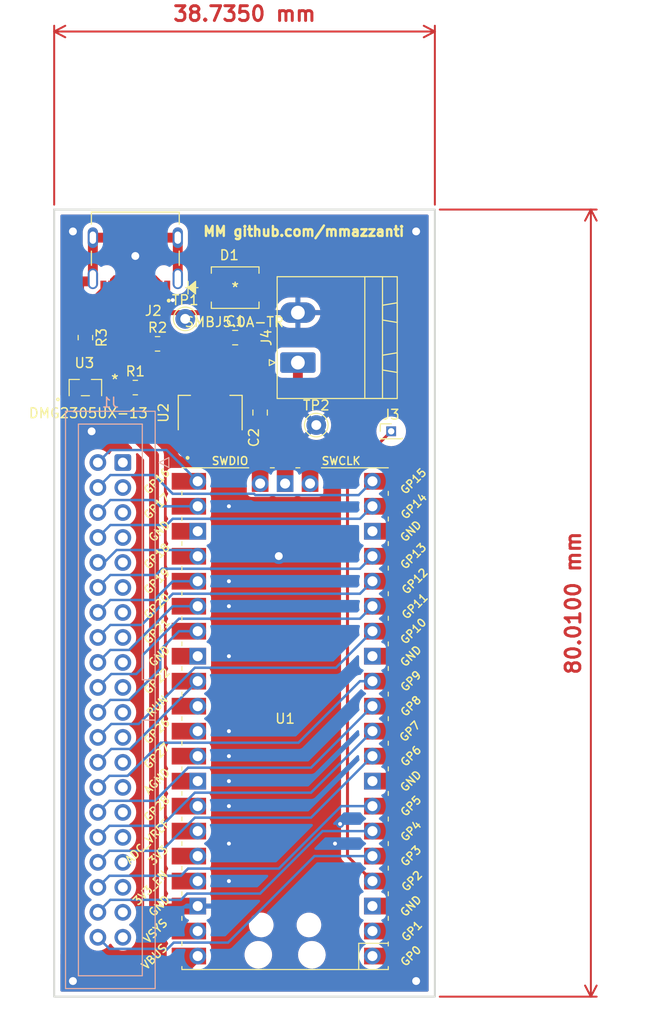
<source format=kicad_pcb>
(kicad_pcb (version 20211014) (generator pcbnew)
  (layers (0 "F.Cu" signal) (31 "B.Cu" signal) (34 "B.Paste" user) (35 "F.Paste" user) (36 "B.SilkS" user "B.Silkscreen") (37 "F.SilkS" user "F.Silkscreen") (38 "B.Mask" user) (39 "F.Mask" user) (44 "Edge.Cuts" user))
  (net 0 "")
  (net 30 "+5V")
  (net 31 "GND")
  (net 32 "+3V3")
  (net 33 "D7")
  (net 34 "D6")
  (net 35 "D5")
  (net 36 "D4")
  (net 37 "D3")
  (net 38 "D2")
  (net 39 "D1")
  (net 40 "D0")
  (net 41 "A5")
  (net 42 "A4")
  (net 43 "A3")
  (net 44 "A2")
  (net 45 "A1")
  (net 46 "A0")
  (net 47 "I{slash}O UD")
  (net 48 "WRB")
  (net 49 "RDB")
  (net 50 "PMODE")
  (net 51 "OSK")
  (net 52 "MRESET")
  (net 53 "Net-(U1-Pad39)")
  (net 54 "Net-(U1-Pad40)")
  (net 61 "FSK{slash}BPSK")
  (net 72 "Net-(J2-PadA5)")
  (net 73 "Net-(J2-PadB5)")
  (net 74 "Net-(J2-PadS1)")
  (footprint "Capacitor_SMD:C_0805_2012Metric" (layer "F.Cu") (at 124.46 35.56 90)
    (fp_text reference "C2" (at -2.54 -0.635 90) (layer "F.SilkS"))
    (fp_text value "33 uF")
    (pad "1" smd roundrect (at -0.95 0 90) (size 1 1.45) (layers "F.Cu" "F.Paste" "F.Mask") (net 32 "+3V3"))
    (pad "2" smd roundrect (at 0.95 0 90) (size 1 1.45) (layers "F.Cu" "F.Paste" "F.Mask") (net 31 "GND"))
  )
  (footprint "Resistor_SMD:R_0805_2012Metric" (layer "F.Cu") (at 111.76 33.02)
    (fp_text reference "R1" (at 0 -1.65) (layer "F.SilkS"))
    (fp_text value "5.1k")
    (pad "1" smd roundrect (at -0.9125 0) (size 1.025 1.4) (layers "F.Cu" "F.Paste" "F.Mask") (roundrect_rratio 0.243902439) (net 73 "Net-(J2-PadB5)"))
    (pad "2" smd roundrect (at 0.9125 0) (size 1.025 1.4) (layers "F.Cu" "F.Paste" "F.Mask") (roundrect_rratio 0.243902439) (net 31 "GND"))
  )
  (footprint "Capacitor_SMD:C_0805_2012Metric" (layer "F.Cu") (at 121.92 27.94)
    (fp_text reference "C1" (at 0 -1.68) (layer "F.SilkS"))
    (fp_text value "0.47 uF")
    (pad "1" smd roundrect (at -0.95 0) (size 1 1.45) (layers "F.Cu" "F.Paste" "F.Mask") (net 30 "+5V"))
    (pad "2" smd roundrect (at 0.95 0) (size 1 1.45) (layers "F.Cu" "F.Paste" "F.Mask") (net 31 "GND"))
  )
  (footprint "Connector_Phoenix_MSTB:PhoenixContact_MSTBA_2,5_2-G-5,08_1x02_P5.08mm_Horizontal" (layer "F.Cu") (at 128.3025 30.48 90)
    (fp_text reference "J4" (at 2.54 -3.2 90) (layer "F.SilkS"))
    (fp_text value "Screw_Terminal_01x02")
    (pad "1" thru_hole roundrect (at 0 0 90) (size 2.08 3.6) (drill 1.4) (layers *.Cu *.Mask) (roundrect_rratio 0.1201918269) (net 32 "+3V3"))
    (pad "2" thru_hole oval (at 5.08 0 90) (size 2.08 3.6) (drill 1.4) (layers *.Cu *.Mask) (net 31 "GND"))
  )
  (footprint "MM_ftprnt:SOT230P700X180-4N" (layer "F.Cu") (at 119.38 35.56 90)
    (fp_text reference "U2" (at -0.025 -4.754 90) (layer "F.SilkS"))
    (fp_text value "LM3940IMP-3.3")
    (pad "1" smd rect locked (at -2.9 -2.3) (size 0.95 2.15) (layers "F.Cu" "F.Paste" "F.Mask") (net 30 "+5V"))
    (pad "2" smd rect locked (at -2.9 0) (size 0.95 2.15) (layers "F.Cu" "F.Paste" "F.Mask") (net 31 "GND"))
    (pad "3" smd rect locked (at -2.9 2.3) (size 0.95 2.15) (layers "F.Cu" "F.Paste" "F.Mask") (net 32 "+3V3"))
    (pad "4" smd rect locked (at 2.9 0) (size 3.25 2.15) (layers "F.Cu" "F.Paste" "F.Mask") (net 31 "GND"))
  )
  (footprint "MM_ftprnt:SMBJ5.0A-TR" (layer "F.Cu") (at 121.92 22.86)
    (fp_text reference "D1" (at -0.6 -3.3) (layer "F.SilkS"))
    (fp_text value "SMBJ5.0A-TR" (at -0.1 3.5) (layer "F.SilkS"))
    (fp_text user "*" (at 0 0) (layer "F.SilkS"))
    (pad "1" smd rect (at -2.0447 0) (size 2.198599 2.2598) (layers "F.Cu" "F.Paste" "F.Mask") (net 30 "+5V"))
    (pad "2" smd rect (at 2.0447 0) (size 2.198599 2.2598) (layers "F.Cu" "F.Paste" "F.Mask") (net 31 "GND"))
  )
  (footprint "MM_ftprnt:DMG2305UX-13" (layer "F.Cu") (at 106.68 33.02)
    (fp_text reference "U3" (at -0.1 -2.5) (layer "F.SilkS"))
    (fp_text value "DMG2305UX-13" (at 0.3 2.6) (layer "F.SilkS"))
    (fp_text user "*" (at 3 -0.8) (layer "F.SilkS"))
    (pad "1" smd rect (at -1.024999 0.944999) (size 0.8128 0.889) (layers "F.Cu" "F.Paste" "F.Mask") (net 54 "Net-(U1-Pad40)"))
    (pad "2" smd rect (at 1.024999 0.944999) (size 0.8128 0.889) (layers "F.Cu" "F.Paste" "F.Mask") (net 53 "Net-(U1-Pad39)"))
    (pad "3" smd rect (at 0 -0.945) (size 0.8128 0.889) (layers "F.Cu" "F.Paste" "F.Mask") (net 30 "+5V"))
  )
  (footprint "MM_ftprnt:RPi_Pico_SMD_TH" (layer "F.Cu") (at 127 66.675 180)
    (fp_text reference "U1" (at 0 0 180) (layer "F.SilkS"))
    (fp_text value "Pico")
    (fp_text user "GP7" (at -12.7 -1.3 225) (layer "F.SilkS") (effects (font (size 0.8 0.8))))
    (fp_text user "GP16" (at 13.054 24.13 225) (layer "F.SilkS") (effects (font (size 0.8 0.8))))
    (fp_text user "GP15" (at -13.054 24.13 225) (layer "F.SilkS") (effects (font (size 0.8 0.8))))
    (fp_text user "VBUS" (at 13.3 -24.2 225) (layer "F.SilkS") (effects (font (size 0.8 0.8))))
    (fp_text user "GP9" (at -12.8 3.81 225) (layer "F.SilkS") (effects (font (size 0.8 0.8))))
    (fp_text user "ADC_VREF" (at 14 -12.5 225) (layer "F.SilkS") (effects (font (size 0.8 0.8))))
    (fp_text user "GND" (at -12.8 -19.05 225) (layer "F.SilkS") (effects (font (size 0.8 0.8))))
    (fp_text user "GND" (at -12.8 -6.35 225) (layer "F.SilkS") (effects (font (size 0.8 0.8))))
    (fp_text user "GP1" (at -12.9 -21.6 225) (layer "F.SilkS") (effects (font (size 0.8 0.8))))
    (fp_text user "GP26" (at 13.054 -1.27 225) (layer "F.SilkS") (effects (font (size 0.8 0.8))))
    (fp_text user "GP22" (at 13.054 3.81 225) (layer "F.SilkS") (effects (font (size 0.8 0.8))))
    (fp_text user "GP8" (at -12.8 1.27 225) (layer "F.SilkS") (effects (font (size 0.8 0.8))))
    (fp_text user "GP19" (at 13.054 13.97 225) (layer "F.SilkS") (effects (font (size 0.8 0.8))))
    (fp_text user "3V3_EN" (at 13.7 -17.2 225) (layer "F.SilkS") (effects (font (size 0.8 0.8))))
    (fp_text user "GP14" (at -13.1 21.59 225) (layer "F.SilkS") (effects (font (size 0.8 0.8))))
    (fp_text user "GP2" (at -12.9 -16.51 225) (layer "F.SilkS") (effects (font (size 0.8 0.8))))
    (fp_text user "GP18" (at 13.054 16.51 225) (layer "F.SilkS") (effects (font (size 0.8 0.8))))
    (fp_text user "GP21" (at 13.054 8.9 225) (layer "F.SilkS") (effects (font (size 0.8 0.8))))
    (fp_text user "GND" (at -12.8 19.05 225) (layer "F.SilkS") (effects (font (size 0.8 0.8))))
    (fp_text user "GP20" (at 13.054 11.43 225) (layer "F.SilkS") (effects (font (size 0.8 0.8))))
    (fp_text user "SWDIO" (at 5.6 26.2 180) (layer "F.SilkS") (effects (font (size 0.8 0.8))))
    (fp_text user "GP0" (at -12.8 -24.13 225) (layer "F.SilkS") (effects (font (size 0.8 0.8))))
    (fp_text user "GP17" (at 13.054 21.59 225) (layer "F.SilkS") (effects (font (size 0.8 0.8))))
    (fp_text user "GP12" (at -13.2 13.97 225) (layer "F.SilkS") (effects (font (size 0.8 0.8))))
    (fp_text user "3V3" (at 12.9 -13.9 225) (layer "F.SilkS") (effects (font (size 0.8 0.8))))
    (fp_text user "GND" (at 12.8 -19.05 225) (layer "F.SilkS") (effects (font (size 0.8 0.8))))
    (fp_text user "RUN" (at 13 1.27 225) (layer "F.SilkS") (effects (font (size 0.8 0.8))))
    (fp_text user "GP5" (at -12.8 -8.89 225) (layer "F.SilkS") (effects (font (size 0.8 0.8))))
    (fp_text user "GP10" (at -13.054 8.89 225) (layer "F.SilkS") (effects (font (size 0.8 0.8))))
    (fp_text user "GP3" (at -12.8 -13.97 225) (layer "F.SilkS") (effects (font (size 0.8 0.8))))
    (fp_text user "GND" (at -12.8 6.35 225) (layer "F.SilkS") (effects (font (size 0.8 0.8))))
    (fp_text user "AGND" (at 13.054 -6.35 225) (layer "F.SilkS") (effects (font (size 0.8 0.8))))
    (fp_text user "GP27" (at 13.054 -3.8 225) (layer "F.SilkS") (effects (font (size 0.8 0.8))))
    (fp_text user "GND" (at 12.8 19.05 225) (layer "F.SilkS") (effects (font (size 0.8 0.8))))
    (fp_text user "SWCLK" (at -5.7 26.2 180) (layer "F.SilkS") (effects (font (size 0.8 0.8))))
    (fp_text user "GP4" (at -12.8 -11.43 225) (layer "F.SilkS") (effects (font (size 0.8 0.8))))
    (fp_text user "GP28" (at 13.054 -9.144 225) (layer "F.SilkS") (effects (font (size 0.8 0.8))))
    (fp_text user "GP11" (at -13.2 11.43 225) (layer "F.SilkS") (effects (font (size 0.8 0.8))))
    (fp_text user "GND" (at 12.8 6.35 225) (layer "F.SilkS") (effects (font (size 0.8 0.8))))
    (fp_text user "VSYS" (at 13.2 -21.59 225) (layer "F.SilkS") (effects (font (size 0.8 0.8))))
    (fp_text user "GP13" (at -13.054 16.51 225) (layer "F.SilkS") (effects (font (size 0.8 0.8))))
    (fp_text user "GP6" (at -12.8 -3.81 225) (layer "F.SilkS") (effects (font (size 0.8 0.8))))
    (pad "" np_thru_hole oval (at 2.425 -20.97 180) (size 1.5 1.5) (drill 1.5) (layers *.Cu *.Mask))
    (pad "" np_thru_hole oval (at -2.425 -20.97 180) (size 1.5 1.5) (drill 1.5) (layers *.Cu *.Mask))
    (pad "" np_thru_hole oval (at 2.725 -24 180) (size 1.8 1.8) (drill 1.8) (layers *.Cu *.Mask))
    (pad "" np_thru_hole oval (at -2.725 -24 180) (size 1.8 1.8) (drill 1.8) (layers *.Cu *.Mask))
    (pad "1" smd rect (at -8.89 -24.13 180) (size 3.5 1.7) (drill (offset -0.9 0)) (layers "F.Cu" "F.Mask"))
    (pad "1" thru_hole oval (at -8.89 -24.13 180) (size 1.7 1.7) (drill 1.02) (layers *.Cu *.Mask))
    (pad "2" thru_hole oval (at -8.89 -21.59 180) (size 1.7 1.7) (drill 1.02) (layers *.Cu *.Mask))
    (pad "2" smd rect (at -8.89 -21.59 180) (size 3.5 1.7) (drill (offset -0.9 0)) (layers "F.Cu" "F.Mask"))
    (pad "3" thru_hole rect (at -8.89 -19.05 180) (size 1.7 1.7) (drill 1.02) (layers *.Cu *.Mask))
    (pad "3" smd rect (at -8.89 -19.05 180) (size 3.5 1.7) (drill (offset -0.9 0)) (layers "F.Cu" "F.Mask"))
    (pad "4" smd rect (at -8.89 -16.51 180) (size 3.5 1.7) (drill (offset -0.9 0)) (layers "F.Cu" "F.Mask") (net 61 "FSK{slash}BPSK"))
    (pad "4" thru_hole oval (at -8.89 -16.51 180) (size 1.7 1.7) (drill 1.02) (layers *.Cu *.Mask) (net 61 "FSK{slash}BPSK"))
    (pad "5" smd rect (at -8.89 -13.97 180) (size 3.5 1.7) (drill (offset -0.9 0)) (layers "F.Cu" "F.Mask") (net 33 "D7"))
    (pad "5" thru_hole oval (at -8.89 -13.97 180) (size 1.7 1.7) (drill 1.02) (layers *.Cu *.Mask) (net 33 "D7"))
    (pad "6" smd rect (at -8.89 -11.43 180) (size 3.5 1.7) (drill (offset -0.9 0)) (layers "F.Cu" "F.Mask") (net 34 "D6"))
    (pad "6" thru_hole oval (at -8.89 -11.43 180) (size 1.7 1.7) (drill 1.02) (layers *.Cu *.Mask) (net 34 "D6"))
    (pad "7" smd rect (at -8.89 -8.89 180) (size 3.5 1.7) (drill (offset -0.9 0)) (layers "F.Cu" "F.Mask") (net 35 "D5"))
    (pad "7" thru_hole oval (at -8.89 -8.89 180) (size 1.7 1.7) (drill 1.02) (layers *.Cu *.Mask) (net 35 "D5"))
    (pad "8" thru_hole rect (at -8.89 -6.35 180) (size 1.7 1.7) (drill 1.02) (layers *.Cu *.Mask))
    (pad "8" smd rect (at -8.89 -6.35 180) (size 3.5 1.7) (drill (offset -0.9 0)) (layers "F.Cu" "F.Mask"))
    (pad "9" thru_hole oval (at -8.89 -3.81 180) (size 1.7 1.7) (drill 1.02) (layers *.Cu *.Mask) (net 36 "D4"))
    (pad "9" smd rect (at -8.89 -3.81 180) (size 3.5 1.7) (drill (offset -0.9 0)) (layers "F.Cu" "F.Mask") (net 36 "D4"))
    (pad "10" thru_hole oval (at -8.89 -1.27 180) (size 1.7 1.7) (drill 1.02) (layers *.Cu *.Mask) (net 37 "D3"))
    (pad "10" smd rect (at -8.89 -1.27 180) (size 3.5 1.7) (drill (offset -0.9 0)) (layers "F.Cu" "F.Mask") (net 37 "D3"))
    (pad "11" thru_hole oval (at -8.89 1.27 180) (size 1.7 1.7) (drill 1.02) (layers *.Cu *.Mask) (net 38 "D2"))
    (pad "11" smd rect (at -8.89 1.27 180) (size 3.5 1.7) (drill (offset -0.9 0)) (layers "F.Cu" "F.Mask") (net 38 "D2"))
    (pad "12" smd rect (at -8.89 3.81 180) (size 3.5 1.7) (drill (offset -0.9 0)) (layers "F.Cu" "F.Mask") (net 39 "D1"))
    (pad "12" thru_hole oval (at -8.89 3.81 180) (size 1.7 1.7) (drill 1.02) (layers *.Cu *.Mask) (net 39 "D1"))
    (pad "13" thru_hole rect (at -8.89 6.35 180) (size 1.7 1.7) (drill 1.02) (layers *.Cu *.Mask))
    (pad "13" smd rect (at -8.89 6.35 180) (size 3.5 1.7) (drill (offset -0.9 0)) (layers "F.Cu" "F.Mask"))
    (pad "14" thru_hole oval (at -8.89 8.89 180) (size 1.7 1.7) (drill 1.02) (layers *.Cu *.Mask) (net 41 "A5"))
    (pad "14" smd rect (at -8.89 8.89 180) (size 3.5 1.7) (drill (offset -0.9 0)) (layers "F.Cu" "F.Mask") (net 41 "A5"))
    (pad "15" thru_hole oval (at -8.89 11.43 180) (size 1.7 1.7) (drill 1.02) (layers *.Cu *.Mask) (net 43 "A3"))
    (pad "15" smd rect (at -8.89 11.43 180) (size 3.5 1.7) (drill (offset -0.9 0)) (layers "F.Cu" "F.Mask") (net 43 "A3"))
    (pad "16" thru_hole oval (at -8.89 13.97 180) (size 1.7 1.7) (drill 1.02) (layers *.Cu *.Mask) (net 45 "A1"))
    (pad "16" smd rect (at -8.89 13.97 180) (size 3.5 1.7) (drill (offset -0.9 0)) (layers "F.Cu" "F.Mask") (net 45 "A1"))
    (pad "17" thru_hole oval (at -8.89 16.51 180) (size 1.7 1.7) (drill 1.02) (layers *.Cu *.Mask) (net 47 "I{slash}O UD"))
    (pad "17" smd rect (at -8.89 16.51 180) (size 3.5 1.7) (drill (offset -0.9 0)) (layers "F.Cu" "F.Mask") (net 47 "I{slash}O UD"))
    (pad "18" thru_hole rect (at -8.89 19.05 180) (size 1.7 1.7) (drill 1.02) (layers *.Cu *.Mask))
    (pad "18" smd rect (at -8.89 19.05 180) (size 3.5 1.7) (drill (offset -0.9 0)) (layers "F.Cu" "F.Mask"))
    (pad "19" smd rect (at -8.89 21.59 180) (size 3.5 1.7) (drill (offset -0.9 0)) (layers "F.Cu" "F.Mask") (net 49 "RDB"))
    (pad "19" thru_hole oval (at -8.89 21.59 180) (size 1.7 1.7) (drill 1.02) (layers *.Cu *.Mask) (net 49 "RDB"))
    (pad "20" thru_hole oval (at -8.89 24.13 180) (size 1.7 1.7) (drill 1.02) (layers *.Cu *.Mask) (net 51 "OSK"))
    (pad "20" smd rect (at -8.89 24.13 180) (size 3.5 1.7) (drill (offset -0.9 0)) (layers "F.Cu" "F.Mask") (net 51 "OSK"))
    (pad "21" smd rect (at 8.89 24.13 180) (size 3.5 1.7) (drill (offset 0.9 0)) (layers "F.Cu" "F.Mask") (net 52 "MRESET"))
    (pad "21" thru_hole oval (at 8.89 24.13 180) (size 1.7 1.7) (drill 1.02) (layers *.Cu *.Mask) (net 52 "MRESET"))
    (pad "22" smd rect (at 8.89 21.59 180) (size 3.5 1.7) (drill (offset 0.9 0)) (layers "F.Cu" "F.Mask") (net 50 "PMODE"))
    (pad "22" thru_hole oval (at 8.89 21.59 180) (size 1.7 1.7) (drill 1.02) (layers *.Cu *.Mask) (net 50 "PMODE"))
    (pad "23" thru_hole rect (at 8.89 19.05 180) (size 1.7 1.7) (drill 1.02) (layers *.Cu *.Mask))
    (pad "23" smd rect (at 8.89 19.05 180) (size 3.5 1.7) (drill (offset 0.9 0)) (layers "F.Cu" "F.Mask"))
    (pad "24" thru_hole oval (at 8.89 16.51 180) (size 1.7 1.7) (drill 1.02) (layers *.Cu *.Mask) (net 48 "WRB"))
    (pad "24" smd rect (at 8.89 16.51 180) (size 3.5 1.7) (drill (offset 0.9 0)) (layers "F.Cu" "F.Mask") (net 48 "WRB"))
    (pad "25" smd rect (at 8.89 13.97 180) (size 3.5 1.7) (drill (offset 0.9 0)) (layers "F.Cu" "F.Mask") (net 46 "A0"))
    (pad "25" thru_hole oval (at 8.89 13.97 180) (size 1.7 1.7) (drill 1.02) (layers *.Cu *.Mask) (net 46 "A0"))
    (pad "26" smd rect (at 8.89 11.43 180) (size 3.5 1.7) (drill (offset 0.9 0)) (layers "F.Cu" "F.Mask") (net 44 "A2"))
    (pad "26" thru_hole oval (at 8.89 11.43 180) (size 1.7 1.7) (drill 1.02) (layers *.Cu *.Mask) (net 44 "A2"))
    (pad "27" smd rect (at 8.89 8.89 180) (size 3.5 1.7) (drill (offset 0.9 0)) (layers "F.Cu" "F.Mask") (net 42 "A4"))
    (pad "27" thru_hole oval (at 8.89 8.89 180) (size 1.7 1.7) (drill 1.02) (layers *.Cu *.Mask) (net 42 "A4"))
    (pad "28" smd rect (at 8.89 6.35 180) (size 3.5 1.7) (drill (offset 0.9 0)) (layers "F.Cu" "F.Mask"))
    (pad "28" thru_hole rect (at 8.89 6.35 180) (size 1.7 1.7) (drill 1.02) (layers *.Cu *.Mask))
    (pad "29" thru_hole oval (at 8.89 3.81 180) (size 1.7 1.7) (drill 1.02) (layers *.Cu *.Mask) (net 40 "D0"))
    (pad "29" smd rect (at 8.89 3.81 180) (size 3.5 1.7) (drill (offset 0.9 0)) (layers "F.Cu" "F.Mask") (net 40 "D0"))
    (pad "30" smd rect (at 8.89 1.27 180) (size 3.5 1.7) (drill (offset 0.9 0)) (layers "F.Cu" "F.Mask"))
    (pad "30" thru_hole oval (at 8.89 1.27 180) (size 1.7 1.7) (drill 1.02) (layers *.Cu *.Mask))
    (pad "31" thru_hole oval (at 8.89 -1.27 180) (size 1.7 1.7) (drill 1.02) (layers *.Cu *.Mask))
    (pad "31" smd rect (at 8.89 -1.27 180) (size 3.5 1.7) (drill (offset 0.9 0)) (layers "F.Cu" "F.Mask"))
    (pad "32" thru_hole oval (at 8.89 -3.81 180) (size 1.7 1.7) (drill 1.02) (layers *.Cu *.Mask))
    (pad "32" smd rect (at 8.89 -3.81 180) (size 3.5 1.7) (drill (offset 0.9 0)) (layers "F.Cu" "F.Mask"))
    (pad "33" smd rect (at 8.89 -6.35 180) (size 3.5 1.7) (drill (offset 0.9 0)) (layers "F.Cu" "F.Mask"))
    (pad "33" thru_hole rect (at 8.89 -6.35 180) (size 1.7 1.7) (drill 1.02) (layers *.Cu *.Mask))
    (pad "34" smd rect (at 8.89 -8.89 180) (size 3.5 1.7) (drill (offset 0.9 0)) (layers "F.Cu" "F.Mask"))
    (pad "34" thru_hole oval (at 8.89 -8.89 180) (size 1.7 1.7) (drill 1.02) (layers *.Cu *.Mask))
    (pad "35" thru_hole oval (at 8.89 -11.43 180) (size 1.7 1.7) (drill 1.02) (layers *.Cu *.Mask))
    (pad "35" smd rect (at 8.89 -11.43 180) (size 3.5 1.7) (drill (offset 0.9 0)) (layers "F.Cu" "F.Mask"))
    (pad "36" thru_hole oval (at 8.89 -13.97 180) (size 1.7 1.7) (drill 1.02) (layers *.Cu *.Mask))
    (pad "36" smd rect (at 8.89 -13.97 180) (size 3.5 1.7) (drill (offset 0.9 0)) (layers "F.Cu" "F.Mask"))
    (pad "37" smd rect (at 8.89 -16.51 180) (size 3.5 1.7) (drill (offset 0.9 0)) (layers "F.Cu" "F.Mask"))
    (pad "37" thru_hole oval (at 8.89 -16.51 180) (size 1.7 1.7) (drill 1.02) (layers *.Cu *.Mask))
    (pad "38" smd rect (at 8.89 -19.05 180) (size 3.5 1.7) (drill (offset 0.9 0)) (layers "F.Cu" "F.Mask") (net 31 "GND"))
    (pad "38" thru_hole rect (at 8.89 -19.05 180) (size 1.7 1.7) (drill 1.02) (layers *.Cu *.Mask) (net 31 "GND"))
    (pad "39" thru_hole oval (at 8.89 -21.59 180) (size 1.7 1.7) (drill 1.02) (layers *.Cu *.Mask) (net 53 "Net-(U1-Pad39)"))
    (pad "39" smd rect (at 8.89 -21.59 180) (size 3.5 1.7) (drill (offset 0.9 0)) (layers "F.Cu" "F.Mask") (net 53 "Net-(U1-Pad39)"))
    (pad "40" thru_hole oval (at 8.89 -24.13 180) (size 1.7 1.7) (drill 1.02) (layers *.Cu *.Mask) (net 54 "Net-(U1-Pad40)"))
    (pad "40" smd rect (at 8.89 -24.13 180) (size 3.5 1.7) (drill (offset 0.9 0)) (layers "F.Cu" "F.Mask") (net 54 "Net-(U1-Pad40)"))
    (pad "41" thru_hole oval (at -2.54 23.9 180) (size 1.7 1.7) (drill 1.02) (layers *.Cu *.Mask))
    (pad "41" smd rect (at -2.54 23.9 270) (size 3.5 1.7) (drill (offset -0.9 0)) (layers "F.Cu" "F.Mask"))
    (pad "42" smd rect (at 0 23.9 270) (size 3.5 1.7) (drill (offset -0.9 0)) (layers "F.Cu" "F.Mask"))
    (pad "42" thru_hole rect (at 0 23.9 180) (size 1.7 1.7) (drill 1.02) (layers *.Cu *.Mask))
    (pad "43" smd rect (at 2.54 23.9 270) (size 3.5 1.7) (drill (offset -0.9 0)) (layers "F.Cu" "F.Mask"))
    (pad "43" thru_hole oval (at 2.54 23.9 180) (size 1.7 1.7) (drill 1.02) (layers *.Cu *.Mask))
  )
  (footprint "TestPoint:TestPoint_THTPad_D2.0mm_Drill1.0mm" (layer "F.Cu") (at 116.84 26.035)
    (fp_text reference "TP1" (at 0 -1.905) (layer "F.SilkS"))
    (fp_text value "TestPoint")
    (pad "1" thru_hole circle (at 0 0) (size 2 2) (drill 1) (layers *.Cu *.Mask) (net 30 "+5V"))
  )
  (footprint "Resistor_SMD:R_0805_2012Metric" (layer "F.Cu") (at 106.68 27.94 -90)
    (fp_text reference "R3" (at 0 -1.65 90) (layer "F.SilkS"))
    (fp_text value "0")
    (pad "1" smd roundrect (at -0.9125 0 270) (size 1.025 1.4) (layers "F.Cu" "F.Paste" "F.Mask") (roundrect_rratio 0.243902439) (net 74 "Net-(J2-PadS1)"))
    (pad "2" smd roundrect (at 0.9125 0 270) (size 1.025 1.4) (layers "F.Cu" "F.Paste" "F.Mask") (roundrect_rratio 0.243902439) (net 31 "GND"))
  )
  (footprint "MM_ftprnt:HRO_TYPE-C-31-M-12" (layer "F.Cu") (at 111.76 17.78 180)
    (fp_text reference "J2" (at -1.825 -7.435 180) (layer "F.SilkS"))
    (fp_text value "TYPE-C-31-M-12")
    (pad "" np_thru_hole circle (at 2.89 -3.65 180) (size 0.7 0.7) (drill 0.7) (layers *.Cu *.Mask))
    (pad "" np_thru_hole circle (at -2.89 -3.65 180) (size 0.7 0.7) (drill 0.7) (layers *.Cu *.Mask))
    (pad "A1B12" smd rect (at -3.25 -5.095 180) (size 0.6 1.45) (layers "F.Cu" "F.Paste" "F.Mask") (net 31 "GND"))
    (pad "A1B12" smd rect (at 3.25 -5.095 180) (size 0.6 1.45) (layers "F.Cu" "F.Paste" "F.Mask") (net 31 "GND"))
    (pad "A4B9" smd rect (at -2.45 -5.095 180) (size 0.6 1.45) (layers "F.Cu" "F.Paste" "F.Mask") (net 30 "+5V"))
    (pad "A4B9" smd rect (at 2.45 -5.095 180) (size 0.6 1.45) (layers "F.Cu" "F.Paste" "F.Mask") (net 30 "+5V"))
    (pad "A5" smd rect (at -1.25 -5.095 180) (size 0.3 1.45) (layers "F.Cu" "F.Paste" "F.Mask") (net 72 "Net-(J2-PadA5)"))
    (pad "A6" smd rect (at -0.25 -5.095 180) (size 0.3 1.45) (layers "F.Cu" "F.Paste" "F.Mask"))
    (pad "A7" smd rect (at 0.25 -5.095 180) (size 0.3 1.45) (layers "F.Cu" "F.Paste" "F.Mask"))
    (pad "A8" smd rect (at 1.25 -5.095 180) (size 0.3 1.45) (layers "F.Cu" "F.Paste" "F.Mask"))
    (pad "B5" smd rect (at 1.75 -5.095 180) (size 0.3 1.45) (layers "F.Cu" "F.Paste" "F.Mask") (net 73 "Net-(J2-PadB5)"))
    (pad "B6" smd rect (at 0.75 -5.095 180) (size 0.3 1.45) (layers "F.Cu" "F.Paste" "F.Mask"))
    (pad "B7" smd rect (at -0.75 -5.095 180) (size 0.3 1.45) (layers "F.Cu" "F.Paste" "F.Mask"))
    (pad "B8" smd rect (at -1.75 -5.095 180) (size 0.3 1.45) (layers "F.Cu" "F.Paste" "F.Mask"))
    (pad "S1" thru_hole oval (at -4.32 -4.18 180) (size 1.05 2.1) (drill oval 0.65 1.75) (layers *.Cu *.Mask) (net 74 "Net-(J2-PadS1)"))
    (pad "S1" thru_hole oval (at 4.32 -4.18 180) (size 1.05 2.1) (drill oval 0.65 1.75) (layers *.Cu *.Mask) (net 74 "Net-(J2-PadS1)"))
    (pad "S1" thru_hole oval (at -4.32 0 180) (size 1.05 2.1) (drill oval 0.65 1.25) (layers *.Cu *.Mask) (net 74 "Net-(J2-PadS1)"))
    (pad "S1" thru_hole oval (at 4.32 0 180) (size 1.05 2.1) (drill oval 0.65 1.25) (layers *.Cu *.Mask) (net 74 "Net-(J2-PadS1)"))
  )
  (footprint "TestPoint:TestPoint_THTPad_D2.0mm_Drill1.0mm" (layer "F.Cu") (at 130.175 36.83)
    (fp_text reference "TP2" (at 0 -1.998) (layer "F.SilkS"))
    (fp_text value "TestPoint")
    (pad "1" thru_hole circle (at 0 0) (size 2 2) (drill 1) (layers *.Cu *.Mask) (net 31 "GND"))
  )
  (footprint "Connector_PinHeader_1.27mm:PinHeader_1x01_P1.27mm_Vertical" (layer "F.Cu") (at 137.795 37.465)
    (fp_text reference "J3" (at 0 -1.695) (layer "F.SilkS"))
    (fp_text value "Conn_01x01_Male")
    (pad "1" thru_hole rect locked (at 0 0) (size 1 1) (drill 0.65) (layers *.Cu *.Mask) (net 61 "FSK{slash}BPSK"))
  )
  (footprint "Resistor_SMD:R_0805_2012Metric" (layer "F.Cu") (at 114.0225 28.575)
    (fp_text reference "R2" (at 0 -1.65) (layer "F.SilkS"))
    (fp_text value "5.1k")
    (pad "1" smd roundrect (at -0.9125 0) (size 1.025 1.4) (layers "F.Cu" "F.Paste" "F.Mask") (roundrect_rratio 0.243902439) (net 72 "Net-(J2-PadA5)"))
    (pad "2" smd roundrect (at 0.9125 0) (size 1.025 1.4) (layers "F.Cu" "F.Paste" "F.Mask") (roundrect_rratio 0.243902439) (net 31 "GND"))
  )
  (footprint "Connector_IDC:IDC-Header_2x20_P2.54mm_Vertical" (layer "B.Cu") (at 110.49 40.64 180)
    (fp_text reference "J1" (at 1.27 6.1) (layer "B.SilkS") (effects (justify mirror)))
    (fp_text value "Conn_02x20_Odd_Even")
    (pad "1" thru_hole roundrect (at 0 0 180) (size 1.7 1.7) (drill 1) (layers *.Cu *.Mask) (roundrect_rratio 0.1470588235))
    (pad "2" thru_hole circle (at 2.54 0 180) (size 1.7 1.7) (drill 1) (layers *.Cu *.Mask) (net 52 "MRESET"))
    (pad "3" thru_hole circle (at 0 -2.54 180) (size 1.7 1.7) (drill 1) (layers *.Cu *.Mask))
    (pad "4" thru_hole circle (at 2.54 -2.54 180) (size 1.7 1.7) (drill 1) (layers *.Cu *.Mask) (net 51 "OSK"))
    (pad "5" thru_hole circle (at 0 -5.08 180) (size 1.7 1.7) (drill 1) (layers *.Cu *.Mask))
    (pad "6" thru_hole circle (at 2.54 -5.08 180) (size 1.7 1.7) (drill 1) (layers *.Cu *.Mask) (net 50 "PMODE"))
    (pad "7" thru_hole circle (at 0 -7.62 180) (size 1.7 1.7) (drill 1) (layers *.Cu *.Mask))
    (pad "8" thru_hole circle (at 2.54 -7.62 180) (size 1.7 1.7) (drill 1) (layers *.Cu *.Mask) (net 49 "RDB"))
    (pad "9" thru_hole circle (at 0 -10.16 180) (size 1.7 1.7) (drill 1) (layers *.Cu *.Mask))
    (pad "10" thru_hole circle (at 2.54 -10.16 180) (size 1.7 1.7) (drill 1) (layers *.Cu *.Mask) (net 48 "WRB"))
    (pad "11" thru_hole circle (at 0 -12.7 180) (size 1.7 1.7) (drill 1) (layers *.Cu *.Mask))
    (pad "12" thru_hole circle (at 2.54 -12.7 180) (size 1.7 1.7) (drill 1) (layers *.Cu *.Mask) (net 47 "I{slash}O UD"))
    (pad "13" thru_hole circle (at 0 -15.24 180) (size 1.7 1.7) (drill 1) (layers *.Cu *.Mask))
    (pad "14" thru_hole circle (at 2.54 -15.24 180) (size 1.7 1.7) (drill 1) (layers *.Cu *.Mask) (net 46 "A0"))
    (pad "15" thru_hole circle (at 0 -17.78 180) (size 1.7 1.7) (drill 1) (layers *.Cu *.Mask))
    (pad "16" thru_hole circle (at 2.54 -17.78 180) (size 1.7 1.7) (drill 1) (layers *.Cu *.Mask) (net 45 "A1"))
    (pad "17" thru_hole circle (at 0 -20.32 180) (size 1.7 1.7) (drill 1) (layers *.Cu *.Mask))
    (pad "18" thru_hole circle (at 2.54 -20.32 180) (size 1.7 1.7) (drill 1) (layers *.Cu *.Mask) (net 44 "A2"))
    (pad "19" thru_hole circle (at 0 -22.86 180) (size 1.7 1.7) (drill 1) (layers *.Cu *.Mask))
    (pad "20" thru_hole circle (at 2.54 -22.86 180) (size 1.7 1.7) (drill 1) (layers *.Cu *.Mask) (net 43 "A3"))
    (pad "21" thru_hole circle (at 0 -25.4 180) (size 1.7 1.7) (drill 1) (layers *.Cu *.Mask))
    (pad "22" thru_hole circle (at 2.54 -25.4 180) (size 1.7 1.7) (drill 1) (layers *.Cu *.Mask) (net 42 "A4"))
    (pad "23" thru_hole circle (at 0 -27.94 180) (size 1.7 1.7) (drill 1) (layers *.Cu *.Mask))
    (pad "24" thru_hole circle (at 2.54 -27.94 180) (size 1.7 1.7) (drill 1) (layers *.Cu *.Mask) (net 41 "A5"))
    (pad "25" thru_hole circle (at 0 -30.48 180) (size 1.7 1.7) (drill 1) (layers *.Cu *.Mask))
    (pad "26" thru_hole circle (at 2.54 -30.48 180) (size 1.7 1.7) (drill 1) (layers *.Cu *.Mask) (net 40 "D0"))
    (pad "27" thru_hole circle (at 0 -33.02 180) (size 1.7 1.7) (drill 1) (layers *.Cu *.Mask))
    (pad "28" thru_hole circle (at 2.54 -33.02 180) (size 1.7 1.7) (drill 1) (layers *.Cu *.Mask) (net 39 "D1"))
    (pad "29" thru_hole circle (at 0 -35.56 180) (size 1.7 1.7) (drill 1) (layers *.Cu *.Mask))
    (pad "30" thru_hole circle (at 2.54 -35.56 180) (size 1.7 1.7) (drill 1) (layers *.Cu *.Mask) (net 38 "D2"))
    (pad "31" thru_hole circle (at 0 -38.1 180) (size 1.7 1.7) (drill 1) (layers *.Cu *.Mask))
    (pad "32" thru_hole circle (at 2.54 -38.1 180) (size 1.7 1.7) (drill 1) (layers *.Cu *.Mask) (net 37 "D3"))
    (pad "33" thru_hole circle (at 0 -40.64 180) (size 1.7 1.7) (drill 1) (layers *.Cu *.Mask))
    (pad "34" thru_hole circle (at 2.54 -40.64 180) (size 1.7 1.7) (drill 1) (layers *.Cu *.Mask) (net 36 "D4"))
    (pad "35" thru_hole circle (at 0 -43.18 180) (size 1.7 1.7) (drill 1) (layers *.Cu *.Mask))
    (pad "36" thru_hole circle (at 2.54 -43.18 180) (size 1.7 1.7) (drill 1) (layers *.Cu *.Mask) (net 35 "D5"))
    (pad "37" thru_hole circle (at 0 -45.72 180) (size 1.7 1.7) (drill 1) (layers *.Cu *.Mask))
    (pad "38" thru_hole circle (at 2.54 -45.72 180) (size 1.7 1.7) (drill 1) (layers *.Cu *.Mask) (net 34 "D6"))
    (pad "39" thru_hole circle (at 0 -48.26 180) (size 1.7 1.7) (drill 1) (layers *.Cu *.Mask))
    (pad "40" thru_hole circle (at 2.54 -48.26 180) (size 1.7 1.7) (drill 1) (layers *.Cu *.Mask) (net 33 "D7"))
  )
  (gr_rect (start 103.505 14.9225) (end 142.24 94.9325) (layer "Edge.Cuts") (width 0.2) (fill none))
  (gr_text "MM github.com/mmazzanti" (at 128.905 17.145) (layer "F.SilkS") (effects (font (size 1 1) (thickness 0.25))))
  (dimension (type aligned) (layer "F.Cu") (pts (xy 103.505 14.9225) (xy 142.24 14.9225)) (height -18.0975) (gr_text "38.7350 mm" (at 122.8725 -4.975) (layer "F.Cu") (effects (font (size 1.5 1.5) (thickness 0.3)))) (format (units 3) (units_format 1) (precision 4)) (style (thickness 0.2) (arrow_length 1.27) (text_position_mode 0) (extension_height 0.58642) (extension_offset 0.5) keep_text_aligned))
  (dimension (type aligned) (layer "F.Cu") (pts (xy 142.24 14.9225) (xy 142.24 94.9325)) (height -15.875) (gr_text "80.0100 mm" (at 156.315 54.9275 90) (layer "F.Cu") (effects (font (size 1.5 1.5) (thickness 0.3)))) (format (units 3) (units_format 1) (precision 4)) (style (thickness 0.2) (arrow_length 1.27) (text_position_mode 0) (extension_height 0.58642) (extension_offset 0.5) keep_text_aligned))
  (segment (start 114.21 22.135) (end 114.21 22.875) (width 0.25) (layer "F.Cu") (net 30))
  (segment (start 119.8753 26.8453) (end 120.97 27.94) (width 0.5) (layer "F.Cu") (net 30))
  (segment (start 116.205 37.585) (end 116.205 30.48) (width 1) (layer "F.Cu") (net 30))
  (segment (start 109.31 22.050978) (end 109.63087 21.730108) (width 0.25) (layer "F.Cu") (net 30))
  (segment (start 109.63087 21.730108) (end 113.805108 21.730108) (width 0.25) (layer "F.Cu") (net 30))
  (segment (start 117.08 38.46) (end 116.205 37.585) (width 1) (layer "F.Cu") (net 30))
  (segment (start 108.585 30.48) (end 108.585 24.765) (width 0.5) (layer "F.Cu") (net 30))
  (segment (start 114.955489 25.4) (end 114.21 24.654511) (width 0.5) (layer "F.Cu") (net 30))
  (segment (start 116.205 30.48) (end 118.745 27.94) (width 1) (layer "F.Cu") (net 30))
  (segment (start 109.31 22.875) (end 109.31 22.050978) (width 0.25) (layer "F.Cu") (net 30))
  (segment (start 119.8753 24.9047) (end 119.38 25.4) (width 0.5) (layer "F.Cu") (net 30))
  (segment (start 113.805108 21.730108) (end 114.21 22.135) (width 0.25) (layer "F.Cu") (net 30))
  (segment (start 106.99 32.075) (end 108.585 30.48) (width 0.5) (layer "F.Cu") (net 30))
  (segment (start 114.21 24.654511) (end 114.21 22.875) (width 0.5) (layer "F.Cu") (net 30))
  (segment (start 106.68 32.075) (end 106.99 32.075) (width 0.5) (layer "F.Cu") (net 30))
  (segment (start 119.8753 24.9047) (end 119.8753 26.8453) (width 0.5) (layer "F.Cu") (net 30))
  (segment (start 119.8753 22.86) (end 119.8753 24.9047) (width 0.5) (layer "F.Cu") (net 30))
  (segment (start 118.745 27.94) (end 120.97 27.94) (width 1) (layer "F.Cu") (net 30))
  (segment (start 109.31 24.04) (end 109.31 22.875) (width 0.5) (layer "F.Cu") (net 30))
  (segment (start 108.585 24.765) (end 109.31 24.04) (width 0.5) (layer "F.Cu") (net 30))
  (segment (start 119.38 25.4) (end 114.955489 25.4) (width 0.5) (layer "F.Cu") (net 30))
  (segment (start 106.68 28.8525) (end 107.72952 27.80298) (width 0.3) (layer "F.Cu") (net 31))
  (segment (start 107.72952 23.65548) (end 108.51 22.875) (width 0.3) (layer "F.Cu") (net 31))
  (segment (start 107.72952 27.80298) (end 107.72952 23.65548) (width 0.3) (layer "F.Cu") (net 31))
  (segment (start 115.01 22.875) (end 115.01 23.57) (width 0.25) (layer "F.Cu") (net 31))
  (segment (start 115.01 23.57) (end 115.57 24.13) (width 0.25) (layer "F.Cu") (net 31))
  (via (at 140.335 93.345) (size 1.6) (drill 0.8) (layers "F.Cu" "B.Cu") (net 31))
  (via (at 132.08 79.375) (size 0.8) (drill 0.4) (layers "F.Cu" "B.Cu") (net 31))
  (via (at 111.76 19.6425) (size 1.6) (drill 0.8) (layers "F.Cu" "B.Cu") (net 31))
  (via (at 121.285 67.945) (size 0.8) (drill 0.4) (layers "F.Cu" "B.Cu") (net 31))
  (via (at 121.285 73.025) (size 0.8) (drill 0.4) (layers "F.Cu" "B.Cu") (net 31))
  (via (at 140.335 17.145) (size 1.6) (drill 0.8) (layers "F.Cu" "B.Cu") (net 31))
  (via (at 121.285 83.185) (size 0.8) (drill 0.4) (layers "F.Cu" "B.Cu") (net 31))
  (via (at 115.57 24.13) (size 0.8) (drill 0.4) (layers "F.Cu" "B.Cu") (net 31))
  (via (at 121.285 45.085) (size 0.8) (drill 0.4) (layers "F.Cu" "B.Cu") (net 31))
  (via (at 126.359018 50.147351) (size 1.6) (drill 0.8) (layers "F.Cu" "B.Cu") (net 31))
  (via (at 107.315 37.465) (size 1.6) (drill 0.8) (layers "F.Cu" "B.Cu") (net 31))
  (via (at 121.285 55.245) (size 0.8) (drill 0.4) (layers "F.Cu" "B.Cu") (net 31))
  (via (at 121.285 70.485) (size 0.8) (drill 0.4) (layers "F.Cu" "B.Cu") (net 31))
  (via (at 105.41 17.145) (size 1.6) (drill 0.8) (layers "F.Cu" "B.Cu") (net 31))
  (via (at 121.285 75.565) (size 0.8) (drill 0.4) (layers "F.Cu" "B.Cu") (net 31))
  (via (at 121.285 60.325) (size 0.8) (drill 0.4) (layers "F.Cu" "B.Cu") (net 31))
  (via (at 121.285 79.375) (size 0.8) (drill 0.4) (layers "F.Cu" "B.Cu") (net 31))
  (via (at 132.6005 77.3805) (size 0.8) (drill 0.4) (layers "F.Cu" "B.Cu") (net 31))
  (via (at 105.41 93.345) (size 1.6) (drill 0.8) (layers "F.Cu" "B.Cu") (net 31))
  (via (at 121.285 52.705) (size 0.8) (drill 0.4) (layers "F.Cu" "B.Cu") (net 31))
  (segment (start 115.57 24.13) (end 115.515489 24.184511) (width 0.25) (layer "B.Cu") (net 31))
  (segment (start 126.05 36.51) (end 124.46 36.51) (width 1) (layer "F.Cu") (net 32))
  (segment (start 121.68 38.46) (end 122.51 38.46) (width 1) (layer "F.Cu") (net 32))
  (segment (start 122.51 38.46) (end 124.46 36.51) (width 1) (layer "F.Cu") (net 32))
  (segment (start 128.3025 30.48) (end 128.3025 34.2575) (width 1) (layer "F.Cu") (net 32))
  (segment (start 128.3025 34.2575) (end 126.05 36.51) (width 1) (layer "F.Cu") (net 32))
  (segment (start 114.935 90.17) (end 115.665489 89.439511) (width 0.25) (layer "B.Cu") (net 33))
  (segment (start 107.95 88.9) (end 109.124511 90.074511) (width 0.25) (layer "B.Cu") (net 33))
  (segment (start 121.190175 89.439511) (end 129.984686 80.645) (width 0.25) (layer "B.Cu") (net 33))
  (segment (start 115.665489 89.439511) (end 121.190175 89.439511) (width 0.25) (layer "B.Cu") (net 33))
  (segment (start 109.124511 90.074511) (end 114.839511 90.074511) (width 0.25) (layer "B.Cu") (net 33))
  (segment (start 129.984686 80.645) (end 135.89 80.645) (width 0.25) (layer "B.Cu") (net 33))
  (segment (start 114.839511 90.074511) (end 114.935 90.17) (width 0.25) (layer "B.Cu") (net 33))
  (segment (start 124.46 84.455) (end 130.81 78.105) (width 0.25) (layer "B.Cu") (net 34))
  (segment (start 130.81 78.105) (end 135.89 78.105) (width 0.25) (layer "B.Cu") (net 34))
  (segment (start 116.395978 85.09) (end 117.030978 84.455) (width 0.25) (layer "B.Cu") (net 34))
  (segment (start 117.030978 84.455) (end 124.46 84.455) (width 0.25) (layer "B.Cu") (net 34))
  (segment (start 107.95 86.36) (end 109.22 85.09) (width 0.25) (layer "B.Cu") (net 34))
  (segment (start 109.22 85.09) (end 116.395978 85.09) (width 0.25) (layer "B.Cu") (net 34))
  (segment (start 107.95 83.82) (end 109.124511 82.645489) (width 0.25) (layer "B.Cu") (net 35))
  (segment (start 126.364282 81.915) (end 132.714282 75.565) (width 0.25) (layer "B.Cu") (net 35))
  (segment (start 109.124511 82.645489) (end 116.395978 82.645489) (width 0.25) (layer "B.Cu") (net 35))
  (segment (start 132.714282 75.565) (end 135.89 75.565) (width 0.25) (layer "B.Cu") (net 35))
  (segment (start 117.126467 81.915) (end 126.364282 81.915) (width 0.25) (layer "B.Cu") (net 35))
  (segment (start 116.395978 82.645489) (end 117.126467 81.915) (width 0.25) (layer "B.Cu") (net 35))
  (segment (start 129.635489 76.739511) (end 135.89 70.485) (width 0.25) (layer "B.Cu") (net 36))
  (segment (start 114.448501 80.105489) (end 117.814479 76.739511) (width 0.25) (layer "B.Cu") (net 36))
  (segment (start 117.814479 76.739511) (end 129.635489 76.739511) (width 0.25) (layer "B.Cu") (net 36))
  (segment (start 109.124511 80.105489) (end 114.448501 80.105489) (width 0.25) (layer "B.Cu") (net 36))
  (segment (start 107.95 81.28) (end 109.124511 80.105489) (width 0.25) (layer "B.Cu") (net 36))
  (segment (start 114.448501 77.565489) (end 117.814479 74.199511) (width 0.25) (layer "B.Cu") (net 37))
  (segment (start 129.635489 74.199511) (end 135.89 67.945) (width 0.25) (layer "B.Cu") (net 37))
  (segment (start 117.814479 74.199511) (end 129.635489 74.199511) (width 0.25) (layer "B.Cu") (net 37))
  (segment (start 107.95 78.74) (end 109.124511 77.565489) (width 0.25) (layer "B.Cu") (net 37))
  (segment (start 109.124511 77.565489) (end 114.448501 77.565489) (width 0.25) (layer "B.Cu") (net 37))
  (segment (start 107.95 76.2) (end 109.124511 75.025489) (width 0.25) (layer "B.Cu") (net 38))
  (segment (start 117.126467 71.659511) (end 129.635489 71.659511) (width 0.25) (layer "B.Cu") (net 38))
  (segment (start 129.635489 71.659511) (end 135.89 65.405) (width 0.25) (layer "B.Cu") (net 38))
  (segment (start 109.124511 75.025489) (end 113.760489 75.025489) (width 0.25) (layer "B.Cu") (net 38))
  (segment (start 113.760489 75.025489) (end 117.126467 71.659511) (width 0.25) (layer "B.Cu") (net 38))
  (segment (start 110.976499 72.485489) (end 114.342477 69.119511) (width 0.25) (layer "B.Cu") (net 39))
  (segment (start 107.95 73.66) (end 109.124511 72.485489) (width 0.25) (layer "B.Cu") (net 39))
  (segment (start 114.342477 69.119511) (end 128.365489 69.119511) (width 0.25) (layer "B.Cu") (net 39))
  (segment (start 134.62 62.865) (end 135.89 62.865) (width 0.25) (layer "B.Cu") (net 39))
  (segment (start 109.124511 72.485489) (end 110.976499 72.485489) (width 0.25) (layer "B.Cu") (net 39))
  (segment (start 128.365489 69.119511) (end 134.62 62.865) (width 0.25) (layer "B.Cu") (net 39))
  (segment (start 109.315489 69.754511) (end 111.220489 69.754511) (width 0.25) (layer "B.Cu") (net 40))
  (segment (start 111.220489 69.754511) (end 118.11 62.865) (width 0.25) (layer "B.Cu") (net 40))
  (segment (start 107.95 71.12) (end 109.315489 69.754511) (width 0.25) (layer "B.Cu") (net 40))
  (segment (start 117.814479 61.499511) (end 132.175489 61.499511) (width 0.25) (layer "B.Cu") (net 41))
  (segment (start 109.315489 67.214511) (end 112.099479 67.214511) (width 0.25) (layer "B.Cu") (net 41))
  (segment (start 132.175489 61.499511) (end 135.89 57.785) (width 0.25) (layer "B.Cu") (net 41))
  (segment (start 107.95 68.58) (end 109.315489 67.214511) (width 0.25) (layer "B.Cu") (net 41))
  (segment (start 112.099479 67.214511) (end 117.814479 61.499511) (width 0.25) (layer "B.Cu") (net 41))
  (segment (start 114.3 59.69) (end 116.205 57.785) (width 0.25) (layer "B.Cu") (net 42))
  (segment (start 111.125 64.77) (end 114.3 61.595) (width 0.25) (layer "B.Cu") (net 42))
  (segment (start 114.3 61.595) (end 114.3 59.69) (width 0.25) (layer "B.Cu") (net 42))
  (segment (start 116.205 57.785) (end 118.11 57.785) (width 0.25) (layer "B.Cu") (net 42))
  (segment (start 109.22 64.77) (end 111.125 64.77) (width 0.25) (layer "B.Cu") (net 42))
  (segment (start 107.95 66.04) (end 109.22 64.77) (width 0.25) (layer "B.Cu") (net 42))
  (segment (start 107.95 63.5) (end 109.315489 62.134511) (width 0.25) (layer "B.Cu") (net 43))
  (segment (start 112.491207 60.228793) (end 116.205 56.515) (width 0.25) (layer "B.Cu") (net 43))
  (segment (start 134.62 56.515) (end 135.89 55.245) (width 0.25) (layer "B.Cu") (net 43))
  (segment (start 109.315489 62.134511) (end 111.855489 62.134511) (width 0.25) (layer "B.Cu") (net 43))
  (segment (start 112.491207 61.498793) (end 112.491207 60.228793) (width 0.25) (layer "B.Cu") (net 43))
  (segment (start 111.855489 62.134511) (end 112.491207 61.498793) (width 0.25) (layer "B.Cu") (net 43))
  (segment (start 116.205 56.515) (end 134.62 56.515) (width 0.25) (layer "B.Cu") (net 43))
  (segment (start 115.57 55.245) (end 118.11 55.245) (width 0.25) (layer "B.Cu") (net 44))
  (segment (start 109.22 59.69) (end 111.125 59.69) (width 0.25) (layer "B.Cu") (net 44))
  (segment (start 107.95 60.96) (end 109.22 59.69) (width 0.25) (layer "B.Cu") (net 44))
  (segment (start 111.125 59.69) (end 115.57 55.245) (width 0.25) (layer "B.Cu") (net 44))
  (segment (start 109.22 57.15) (end 112.395 57.15) (width 0.25) (layer "B.Cu") (net 45))
  (segment (start 115.57 53.975) (end 134.62 53.975) (width 0.25) (layer "B.Cu") (net 45))
  (segment (start 107.95 58.42) (end 109.22 57.15) (width 0.25) (layer "B.Cu") (net 45))
  (segment (start 134.62 53.975) (end 135.89 52.705) (width 0.25) (layer "B.Cu") (net 45))
  (segment (start 112.395 57.15) (end 115.57 53.975) (width 0.25) (layer "B.Cu") (net 45))
  (segment (start 113.665 54.61) (end 115.57 52.705) (width 0.25) (layer "B.Cu") (net 46))
  (segment (start 109.22 54.61) (end 113.665 54.61) (width 0.25) (layer "B.Cu") (net 46))
  (segment (start 107.95 55.88) (end 109.22 54.61) (width 0.25) (layer "B.Cu") (net 46))
  (segment (start 115.57 52.705) (end 118.11 52.705) (width 0.25) (layer "B.Cu") (net 46))
  (segment (start 109.22 52.07) (end 113.860505 52.07) (width 0.25) (layer "B.Cu") (net 47))
  (segment (start 113.860505 52.07) (end 114.495505 51.435) (width 0.25) (layer "B.Cu") (net 47))
  (segment (start 107.95 53.34) (end 109.22 52.07) (width 0.25) (layer "B.Cu") (net 47))
  (segment (start 114.495505 51.435) (end 134.62 51.435) (width 0.25) (layer "B.Cu") (net 47))
  (segment (start 134.62 51.435) (end 135.89 50.165) (width 0.25) (layer "B.Cu") (net 47))
  (segment (start 109.855 49.53) (end 117.475 49.53) (width 0.25) (layer "B.Cu") (net 48))
  (segment (start 117.475 49.53) (end 118.11 50.165) (width 0.25) (layer "B.Cu") (net 48))
  (segment (start 107.95 51.435) (end 109.855 49.53) (width 0.25) (layer "B.Cu") (net 48))
  (segment (start 107.95 50.8) (end 107.95 51.435) (width 0.25) (layer "B.Cu") (net 48))
  (segment (start 134.62 46.355) (end 135.89 45.085) (width 0.25) (layer "B.Cu") (net 49))
  (segment (start 115.57 46.355) (end 134.62 46.355) (width 0.25) (layer "B.Cu") (net 49))
  (segment (start 107.95 48.26) (end 109.22 46.99) (width 0.25) (layer "B.Cu") (net 49))
  (segment (start 109.22 46.99) (end 114.935 46.99) (width 0.25) (layer "B.Cu") (net 49))
  (segment (start 114.935 46.99) (end 115.57 46.355) (width 0.25) (layer "B.Cu") (net 49))
  (segment (start 109.22 44.45) (end 113.665 44.45) (width 0.25) (layer "B.Cu") (net 50))
  (segment (start 114.3 45.085) (end 118.11 45.085) (width 0.25) (layer "B.Cu") (net 50))
  (segment (start 107.95 45.72) (end 109.22 44.45) (width 0.25) (layer "B.Cu") (net 50))
  (segment (start 113.665 44.45) (end 114.3 45.085) (width 0.25) (layer "B.Cu") (net 50))
  (segment (start 107.95 43.18) (end 109.22 41.91) (width 0.25) (layer "B.Cu") (net 51))
  (segment (start 123.973501 43.949511) (end 134.485489 43.949511) (width 0.25) (layer "B.Cu") (net 51))
  (segment (start 113.665 41.91) (end 115.57 43.815) (width 0.25) (layer "B.Cu") (net 51))
  (segment (start 123.83899 43.815) (end 123.973501 43.949511) (width 0.25) (layer "B.Cu") (net 51))
  (segment (start 109.22 41.91) (end 113.665 41.91) (width 0.25) (layer "B.Cu") (net 51))
  (segment (start 115.57 43.815) (end 123.83899 43.815) (width 0.25) (layer "B.Cu") (net 51))
  (segment (start 134.485489 43.949511) (end 135.89 42.545) (width 0.25) (layer "B.Cu") (net 51))
  (segment (start 107.95 40.64) (end 109.22 39.37) (width 0.25) (layer "B.Cu") (net 52))
  (segment (start 114.935 39.37) (end 118.11 42.545) (width 0.25) (layer "B.Cu") (net 52))
  (segment (start 109.22 39.37) (end 114.935 39.37) (width 0.25) (layer "B.Cu") (net 52))
  (segment (start 115.750978 88.265) (end 118.11 88.265) (width 1) (layer "F.Cu") (net 53))
  (segment (start 113.665 86.179022) (end 115.750978 88.265) (width 1) (layer "F.Cu") (net 53))
  (segment (start 107.704999 33.964999) (end 113.665 39.925) (width 1) (layer "F.Cu") (net 53))
  (segment (start 113.665 39.925) (end 113.665 86.179022) (width 1) (layer "F.Cu") (net 53))
  (segment (start 105.655001 33.964999) (end 104.775 34.845) (width 1) (layer "F.Cu") (net 54))
  (segment (start 104.775 89.535) (end 107.95 92.71) (width 1) (layer "F.Cu") (net 54))
  (segment (start 107.95 92.71) (end 116.205 92.71) (width 1) (layer "F.Cu") (net 54))
  (segment (start 116.205 92.71) (end 118.11 90.805) (width 1) (layer "F.Cu") (net 54))
  (segment (start 104.775 34.845) (end 104.775 89.535) (width 1) (layer "F.Cu") (net 54))
  (segment (start 137.795 37.465) (end 133.35 41.91) (width 0.3) (layer "F.Cu") (net 61))
  (segment (start 133.35 80.645) (end 135.89 83.185) (width 0.3) (layer "F.Cu") (net 61))
  (segment (start 133.35 41.91) (end 133.35 80.645) (width 0.3) (layer "F.Cu") (net 61))
  (segment (start 113.11 28.575) (end 113.01 28.475) (width 0.3) (layer "F.Cu") (net 72))
  (segment (start 113.01 28.475) (end 113.01 22.875) (width 0.3) (layer "F.Cu") (net 72))
  (segment (start 110.01 32.1825) (end 110.01 22.875) (width 0.3) (layer "F.Cu") (net 73))
  (segment (start 110.8475 33.02) (end 110.01 32.1825) (width 0.3) (layer "F.Cu") (net 73))
  (segment (start 107.44 21.96) (end 107.44 17.78) (width 1) (layer "F.Cu") (net 74))
  (segment (start 106.045 22.225) (end 106.045 26.3925) (width 1) (layer "F.Cu") (net 74))
  (segment (start 106.045 22.225) (end 107.175 22.225) (width 1) (layer "F.Cu") (net 74))
  (segment (start 116.08 17.78) (end 116.08 21.96) (width 1) (layer "F.Cu") (net 74))
  (segment (start 107.44 17.78) (end 116.08 17.78) (width 1) (layer "F.Cu") (net 74))
  (segment (start 106.045 26.3925) (end 106.68 27.0275) (width 1) (layer "F.Cu") (net 74))
  (zone (net 31) (net_name "GND") (layers F&B.Cu) (connect_pads (clearance 0.508)) (min_thickness 0.254) (fill yes (thermal_gap 0.508) (thermal_bridge_width 0.508))
    (polygon (pts (xy 141.605 94.615) (xy 104.14 94.615) (xy 104.14 15.24) (xy 141.605 15.24)))
  )
)
</source>
